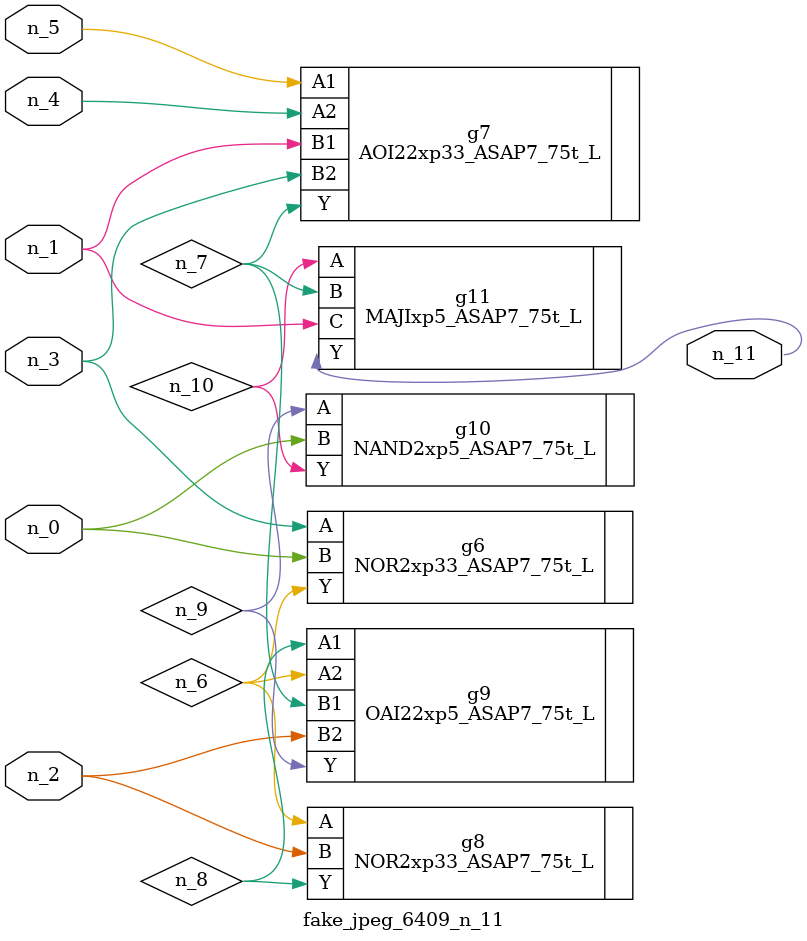
<source format=v>
module fake_jpeg_6409_n_11 (n_3, n_2, n_1, n_0, n_4, n_5, n_11);

input n_3;
input n_2;
input n_1;
input n_0;
input n_4;
input n_5;

output n_11;

wire n_10;
wire n_8;
wire n_9;
wire n_6;
wire n_7;

NOR2xp33_ASAP7_75t_L g6 ( 
.A(n_3),
.B(n_0),
.Y(n_6)
);

AOI22xp33_ASAP7_75t_L g7 ( 
.A1(n_5),
.A2(n_4),
.B1(n_1),
.B2(n_3),
.Y(n_7)
);

NOR2xp33_ASAP7_75t_L g8 ( 
.A(n_6),
.B(n_2),
.Y(n_8)
);

OAI22xp5_ASAP7_75t_L g9 ( 
.A1(n_8),
.A2(n_6),
.B1(n_7),
.B2(n_2),
.Y(n_9)
);

NAND2xp5_ASAP7_75t_L g10 ( 
.A(n_9),
.B(n_0),
.Y(n_10)
);

MAJIxp5_ASAP7_75t_L g11 ( 
.A(n_10),
.B(n_7),
.C(n_1),
.Y(n_11)
);


endmodule
</source>
